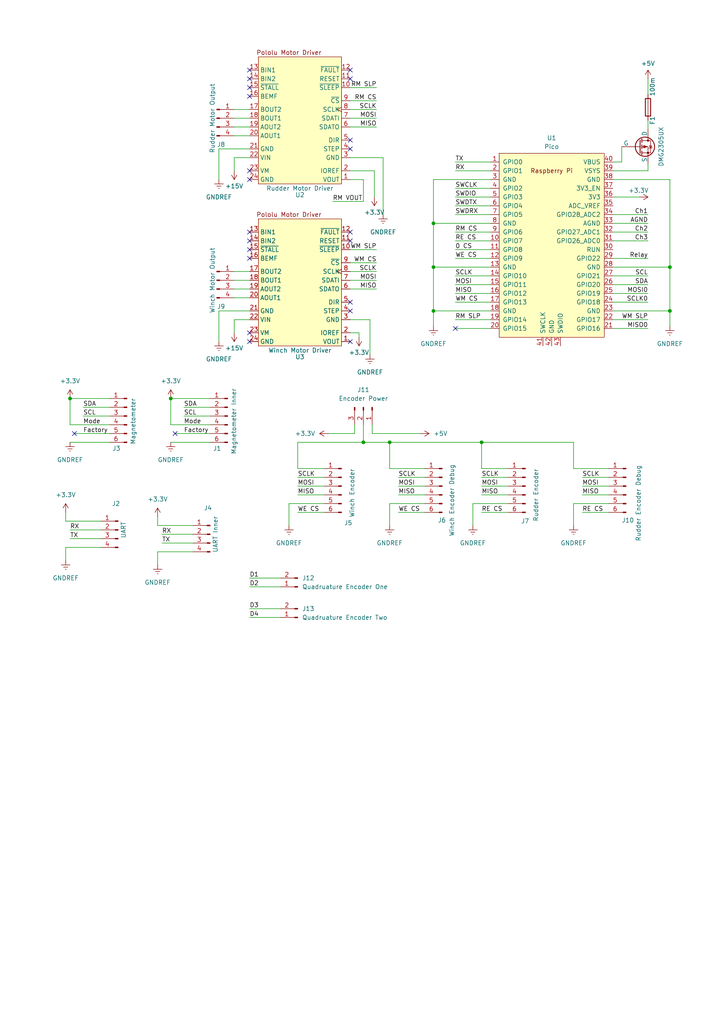
<source format=kicad_sch>
(kicad_sch (version 20250114) (generator "eeschema") (generator_version "9.0")
  (paper "A4" portrait)
  (lib_symbols
    (symbol "+3.3V_1" (power) (pin_numbers (hide yes)) (pin_names (offset 0) (hide yes))
      (property "Value" "+3.3V" (at 0 3.556 0))
      (symbol "+3.3V_1_0_1"
        (polyline (pts (xy -0.762 1.27) (xy 0 2.54)))
        (polyline (pts (xy 0 2.54) (xy 0.762 1.27)))
        (polyline (pts (xy 0 0) (xy 0 2.54)))
      )
      (symbol "+3.3V_1_1_1"
        (pin power_in line (at 0 0 90) (length 0) (name "~") (number "1"))
      )
    )
    (symbol "+3.3V_2" (power) (pin_numbers (hide yes)) (pin_names (offset 0) (hide yes))
      (property "Value" "+3.3V" (at 0 3.556 0))
      (symbol "+3.3V_2_0_1"
        (polyline (pts (xy -0.762 1.27) (xy 0 2.54)))
        (polyline (pts (xy 0 2.54) (xy 0.762 1.27)))
        (polyline (pts (xy 0 0) (xy 0 2.54)))
      )
      (symbol "+3.3V_2_1_1"
        (pin power_in line (at 0 0 90) (length 0) (name "~") (number "1"))
      )
    )
    (symbol "+3.3V_3" (power) (pin_numbers (hide yes)) (pin_names (offset 0) (hide yes))
      (property "Value" "+3.3V" (at 0 3.556 0))
      (symbol "+3.3V_3_0_1"
        (polyline (pts (xy -0.762 1.27) (xy 0 2.54)))
        (polyline (pts (xy 0 2.54) (xy 0.762 1.27)))
        (polyline (pts (xy 0 0) (xy 0 2.54)))
      )
      (symbol "+3.3V_3_1_1"
        (pin power_in line (at 0 0 90) (length 0) (name "~") (number "1"))
      )
    )
    (symbol "+5V_1" (power) (pin_numbers (hide yes)) (pin_names (offset 0) (hide yes))
      (property "Value" "+5V" (at 0 3.556 0))
      (symbol "+5V_1_0_1"
        (polyline (pts (xy -0.762 1.27) (xy 0 2.54)))
        (polyline (pts (xy 0 2.54) (xy 0.762 1.27)))
        (polyline (pts (xy 0 0) (xy 0 2.54)))
      )
      (symbol "+5V_1_1_1"
        (pin power_in line (at 0 0 90) (length 0) (name "~") (number "1"))
      )
    )
    (symbol "Connector:Conn_01x02_Pin" (pin_names (offset 1.016) (hide yes))
      (property "Reference" "J" (at 0 2.54 0))
      (property "Value" "Conn_01x02_Pin" (at 0 -5.08 0))
      (symbol "Conn_01x02_Pin_1_1"
        (rectangle (start 0.8636 0.127) (end 0 -0.127) (stroke (width 0.1524)) (fill (type outline)))
        (rectangle (start 0.8636 -2.413) (end 0 -2.667) (stroke (width 0.1524)) (fill (type outline)))
        (polyline (pts (xy 1.27 0) (xy 0.8636 0)) (stroke (width 0.1524)))
        (polyline (pts (xy 1.27 -2.54) (xy 0.8636 -2.54)) (stroke (width 0.1524)))
        (pin passive line (at 5.08 0 180) (length 3.81) (name "Pin_1") (number "1"))
        (pin passive line (at 5.08 -2.54 180) (length 3.81) (name "Pin_2") (number "2"))
      )
    )
    (symbol "Connector:Conn_01x03_Pin" (pin_names (offset 1.016) (hide yes))
      (property "Reference" "J" (at 0 5.08 0))
      (property "Value" "Conn_01x03_Pin" (at 0 -5.08 0))
      (symbol "Conn_01x03_Pin_1_1"
        (rectangle (start 0.8636 2.667) (end 0 2.413) (stroke (width 0.1524)) (fill (type outline)))
        (rectangle (start 0.8636 0.127) (end 0 -0.127) (stroke (width 0.1524)) (fill (type outline)))
        (rectangle (start 0.8636 -2.413) (end 0 -2.667) (stroke (width 0.1524)) (fill (type outline)))
        (polyline (pts (xy 1.27 2.54) (xy 0.8636 2.54)) (stroke (width 0.1524)))
        (polyline (pts (xy 1.27 0) (xy 0.8636 0)) (stroke (width 0.1524)))
        (polyline (pts (xy 1.27 -2.54) (xy 0.8636 -2.54)) (stroke (width 0.1524)))
        (pin passive line (at 5.08 2.54 180) (length 3.81) (name "Pin_1") (number "1"))
        (pin passive line (at 5.08 0 180) (length 3.81) (name "Pin_2") (number "2"))
        (pin passive line (at 5.08 -2.54 180) (length 3.81) (name "Pin_3") (number "3"))
      )
    )
    (symbol "Connector:Conn_01x04_Pin" (pin_names (offset 1.016) (hide yes))
      (property "Reference" "J" (at 0 5.08 0))
      (property "Value" "Conn_01x04_Pin" (at 0 -7.62 0))
      (symbol "Conn_01x04_Pin_1_1"
        (rectangle (start 0.8636 2.667) (end 0 2.413) (stroke (width 0.1524)) (fill (type outline)))
        (rectangle (start 0.8636 0.127) (end 0 -0.127) (stroke (width 0.1524)) (fill (type outline)))
        (rectangle (start 0.8636 -2.413) (end 0 -2.667) (stroke (width 0.1524)) (fill (type outline)))
        (rectangle (start 0.8636 -4.953) (end 0 -5.207) (stroke (width 0.1524)) (fill (type outline)))
        (polyline (pts (xy 1.27 2.54) (xy 0.8636 2.54)) (stroke (width 0.1524)))
        (polyline (pts (xy 1.27 0) (xy 0.8636 0)) (stroke (width 0.1524)))
        (polyline (pts (xy 1.27 -2.54) (xy 0.8636 -2.54)) (stroke (width 0.1524)))
        (polyline (pts (xy 1.27 -5.08) (xy 0.8636 -5.08)) (stroke (width 0.1524)))
        (pin passive line (at 5.08 2.54 180) (length 3.81) (name "Pin_1") (number "1"))
        (pin passive line (at 5.08 0 180) (length 3.81) (name "Pin_2") (number "2"))
        (pin passive line (at 5.08 -2.54 180) (length 3.81) (name "Pin_3") (number "3"))
        (pin passive line (at 5.08 -5.08 180) (length 3.81) (name "Pin_4") (number "4"))
      )
    )
    (symbol "Connector:Conn_01x06_Pin" (pin_names (offset 1.016) (hide yes))
      (property "Reference" "J" (at 0 7.62 0))
      (property "Value" "Conn_01x06_Pin" (at 0 -10.16 0))
      (symbol "Conn_01x06_Pin_1_1"
        (rectangle (start 0.8636 5.207) (end 0 4.953) (stroke (width 0.1524)) (fill (type outline)))
        (rectangle (start 0.8636 2.667) (end 0 2.413) (stroke (width 0.1524)) (fill (type outline)))
        (rectangle (start 0.8636 0.127) (end 0 -0.127) (stroke (width 0.1524)) (fill (type outline)))
        (rectangle (start 0.8636 -2.413) (end 0 -2.667) (stroke (width 0.1524)) (fill (type outline)))
        (rectangle (start 0.8636 -4.953) (end 0 -5.207) (stroke (width 0.1524)) (fill (type outline)))
        (rectangle (start 0.8636 -7.493) (end 0 -7.747) (stroke (width 0.1524)) (fill (type outline)))
        (polyline (pts (xy 1.27 5.08) (xy 0.8636 5.08)) (stroke (width 0.1524)))
        (polyline (pts (xy 1.27 2.54) (xy 0.8636 2.54)) (stroke (width 0.1524)))
        (polyline (pts (xy 1.27 0) (xy 0.8636 0)) (stroke (width 0.1524)))
        (polyline (pts (xy 1.27 -2.54) (xy 0.8636 -2.54)) (stroke (width 0.1524)))
        (polyline (pts (xy 1.27 -5.08) (xy 0.8636 -5.08)) (stroke (width 0.1524)))
        (polyline (pts (xy 1.27 -7.62) (xy 0.8636 -7.62)) (stroke (width 0.1524)))
        (pin passive line (at 5.08 5.08 180) (length 3.81) (name "Pin_1") (number "1"))
        (pin passive line (at 5.08 2.54 180) (length 3.81) (name "Pin_2") (number "2"))
        (pin passive line (at 5.08 0 180) (length 3.81) (name "Pin_3") (number "3"))
        (pin passive line (at 5.08 -2.54 180) (length 3.81) (name "Pin_4") (number "4"))
        (pin passive line (at 5.08 -5.08 180) (length 3.81) (name "Pin_5") (number "5"))
        (pin passive line (at 5.08 -7.62 180) (length 3.81) (name "Pin_6") (number "6"))
      )
    )
    (symbol "Device:Fuse" (pin_numbers (hide yes)) (pin_names (offset 0))
      (property "Reference" "F" (at 2.032 0 90))
      (property "Value" "Fuse" (at -1.905 0 90))
      (symbol "Fuse_0_1"
        (rectangle (start -0.762 -2.54) (end 0.762 2.54) (stroke (width 0.254)))
        (polyline (pts (xy 0 2.54) (xy 0 -2.54)))
      )
      (symbol "Fuse_1_1"
        (pin passive line (at 0 3.81 270) (length 1.27) (name "~") (number "1"))
        (pin passive line (at 0 -3.81 90) (length 1.27) (name "~") (number "2"))
      )
    )
    (symbol "GNDREF_1" (power) (pin_numbers (hide yes)) (pin_names (offset 0) (hide yes))
      (property "Value" "GNDREF" (at 0 -3.81 0))
      (symbol "GNDREF_1_0_1"
        (polyline (pts (xy -0.635 -1.905) (xy 0.635 -1.905)))
        (polyline (pts (xy -0.127 -2.54) (xy 0.127 -2.54)))
        (polyline (pts (xy 0 -1.27) (xy 0 0)))
        (polyline (pts (xy 1.27 -1.27) (xy -1.27 -1.27)))
      )
      (symbol "GNDREF_1_1_1"
        (pin power_in line (at 0 0 270) (length 0) (name "~") (number "1"))
      )
    )
    (symbol "GNDREF_2" (power) (pin_numbers (hide yes)) (pin_names (offset 0) (hide yes))
      (property "Value" "GNDREF" (at 0 -3.81 0))
      (symbol "GNDREF_2_0_1"
        (polyline (pts (xy -0.635 -1.905) (xy 0.635 -1.905)))
        (polyline (pts (xy -0.127 -2.54) (xy 0.127 -2.54)))
        (polyline (pts (xy 0 -1.27) (xy 0 0)))
        (polyline (pts (xy 1.27 -1.27) (xy -1.27 -1.27)))
      )
      (symbol "GNDREF_2_1_1"
        (pin power_in line (at 0 0 270) (length 0) (name "~") (number "1"))
      )
    )
    (symbol "GNDREF_3" (power) (pin_numbers (hide yes)) (pin_names (offset 0) (hide yes))
      (property "Value" "GNDREF" (at 0 -3.81 0))
      (symbol "GNDREF_3_0_1"
        (polyline (pts (xy -0.635 -1.905) (xy 0.635 -1.905)))
        (polyline (pts (xy -0.127 -2.54) (xy 0.127 -2.54)))
        (polyline (pts (xy 0 -1.27) (xy 0 0)))
        (polyline (pts (xy 1.27 -1.27) (xy -1.27 -1.27)))
      )
      (symbol "GNDREF_3_1_1"
        (pin power_in line (at 0 0 270) (length 0) (name "~") (number "1"))
      )
    )
    (symbol "PCM_Pico_Pi:Pico" (pin_names (offset 1.016))
      (property "Reference" "U" (at -13.97 27.94 0))
      (property "Value" "Pico" (at 0 19.05 0))
      (symbol "Pico_0_0"
        (text "Raspberry Pi" (at 0 21.59 0) (effects (font (size 1.27 1.27))))
      )
      (symbol "Pico_0_1"
        (rectangle (start -15.24 26.67) (end 15.24 -26.67) (fill (type background)))
      )
      (symbol "Pico_1_1"
        (pin bidirectional line (at -17.78 24.13 0) (length 2.54) (name "GPIO0") (number "1"))
        (pin bidirectional line (at -17.78 21.59 0) (length 2.54) (name "GPIO1") (number "2"))
        (pin power_in line (at -17.78 19.05 0) (length 2.54) (name "GND") (number "3"))
        (pin bidirectional line (at -17.78 16.51 0) (length 2.54) (name "GPIO2") (number "4"))
        (pin bidirectional line (at -17.78 13.97 0) (length 2.54) (name "GPIO3") (number "5"))
        (pin bidirectional line (at -17.78 11.43 0) (length 2.54) (name "GPIO4") (number "6"))
        (pin bidirectional line (at -17.78 8.89 0) (length 2.54) (name "GPIO5") (number "7"))
        (pin power_in line (at -17.78 6.35 0) (length 2.54) (name "GND") (number "8"))
        (pin bidirectional line (at -17.78 3.81 0) (length 2.54) (name "GPIO6") (number "9"))
        (pin bidirectional line (at -17.78 1.27 0) (length 2.54) (name "GPIO7") (number "10"))
        (pin bidirectional line (at -17.78 -1.27 0) (length 2.54) (name "GPIO8") (number "11"))
        (pin bidirectional line (at -17.78 -3.81 0) (length 2.54) (name "GPIO9") (number "12"))
        (pin power_in line (at -17.78 -6.35 0) (length 2.54) (name "GND") (number "13"))
        (pin bidirectional line (at -17.78 -8.89 0) (length 2.54) (name "GPIO10") (number "14"))
        (pin bidirectional line (at -17.78 -11.43 0) (length 2.54) (name "GPIO11") (number "15"))
        (pin bidirectional line (at -17.78 -13.97 0) (length 2.54) (name "GPIO12") (number "16"))
        (pin bidirectional line (at -17.78 -16.51 0) (length 2.54) (name "GPIO13") (number "17"))
        (pin power_in line (at -17.78 -19.05 0) (length 2.54) (name "GND") (number "18"))
        (pin bidirectional line (at -17.78 -21.59 0) (length 2.54) (name "GPIO14") (number "19"))
        (pin bidirectional line (at -17.78 -24.13 0) (length 2.54) (name "GPIO15") (number "20"))
        (pin input line (at -2.54 -29.21 90) (length 2.54) (name "SWCLK") (number "41"))
        (pin power_in line (at 0 -29.21 90) (length 2.54) (name "GND") (number "42"))
        (pin bidirectional line (at 2.54 -29.21 90) (length 2.54) (name "SWDIO") (number "43"))
        (pin unspecified line (at 17.78 24.13 180) (length 2.54) (name "VBUS") (number "40"))
        (pin unspecified line (at 17.78 21.59 180) (length 2.54) (name "VSYS") (number "39"))
        (pin bidirectional line (at 17.78 19.05 180) (length 2.54) (name "GND") (number "38"))
        (pin input line (at 17.78 16.51 180) (length 2.54) (name "3V3_EN") (number "37"))
        (pin unspecified line (at 17.78 13.97 180) (length 2.54) (name "3V3") (number "36"))
        (pin unspecified line (at 17.78 11.43 180) (length 2.54) (name "ADC_VREF") (number "35"))
        (pin bidirectional line (at 17.78 8.89 180) (length 2.54) (name "GPIO28_ADC2") (number "34"))
        (pin power_in line (at 17.78 6.35 180) (length 2.54) (name "AGND") (number "33"))
        (pin bidirectional line (at 17.78 3.81 180) (length 2.54) (name "GPIO27_ADC1") (number "32"))
        (pin bidirectional line (at 17.78 1.27 180) (length 2.54) (name "GPIO26_ADC0") (number "31"))
        (pin input line (at 17.78 -1.27 180) (length 2.54) (name "RUN") (number "30"))
        (pin bidirectional line (at 17.78 -3.81 180) (length 2.54) (name "GPIO22") (number "29"))
        (pin power_in line (at 17.78 -6.35 180) (length 2.54) (name "GND") (number "28"))
        (pin bidirectional line (at 17.78 -8.89 180) (length 2.54) (name "GPIO21") (number "27"))
        (pin bidirectional line (at 17.78 -11.43 180) (length 2.54) (name "GPIO20") (number "26"))
        (pin bidirectional line (at 17.78 -13.97 180) (length 2.54) (name "GPIO19") (number "25"))
        (pin bidirectional line (at 17.78 -16.51 180) (length 2.54) (name "GPIO18") (number "24"))
        (pin power_in line (at 17.78 -19.05 180) (length 2.54) (name "GND") (number "23"))
        (pin bidirectional line (at 17.78 -21.59 180) (length 2.54) (name "GPIO17") (number "22"))
        (pin bidirectional line (at 17.78 -24.13 180) (length 2.54) (name "GPIO16") (number "21"))
      )
    )
    (symbol "Pololu_driver:md38a"
      (property "Reference" "U" (at -11.43 19.685 0))
      (symbol "md38a_1_0"
        (pin bidirectional line (at -14.605 1.905 0) (length 2.54) (name "SDATO") (number "6"))
        (pin bidirectional line (at -14.605 -0.635 0) (length 2.54) (name "SDATI") (number "7"))
        (pin bidirectional clock (at -14.605 -3.175 0) (length 2.54) (name "SCLK") (number "8"))
        (pin bidirectional line (at -14.605 -5.715 0) (length 2.54) (name "~{CS}") (number "9"))
        (pin input line (at -14.605 -9.525 0) (length 2.54) (name "~{SLEEP}") (number "10"))
        (pin input line (at -14.605 -12.065 0) (length 2.54) (name "RESET") (number "11"))
        (pin input line (at -14.605 -14.605 0) (length 2.54) (name "~{FAULT}") (number "12"))
        (pin power_in line (at 14.605 17.145 180) (length 2.54) (name "GND") (number "24"))
        (pin power_in line (at 14.605 14.605 180) (length 2.54) (name "VM") (number "23"))
        (pin power_out line (at 14.605 10.795 180) (length 2.54) (name "VIN") (number "22"))
        (pin power_out line (at 14.605 8.255 180) (length 2.54) (name "GND") (number "21"))
        (pin output line (at 14.605 4.445 180) (length 2.54) (name "AOUT1") (number "20"))
        (pin output line (at 14.605 1.905 180) (length 2.54) (name "AOUT2") (number "19"))
        (pin output line (at 14.605 -0.635 180) (length 2.54) (name "BOUT1") (number "18"))
        (pin output line (at 14.605 -3.175 180) (length 2.54) (name "BOUT2") (number "17"))
        (pin bidirectional line (at 14.605 -6.985 180) (length 2.54) (name "BEMF") (number "16"))
        (pin bidirectional line (at 14.605 -9.525 180) (length 2.54) (name "~{STALL}") (number "15"))
        (pin bidirectional line (at 14.605 -12.065 180) (length 2.54) (name "BIN2") (number "14"))
        (pin bidirectional line (at 14.605 -14.605 180) (length 2.54) (name "BIN1") (number "13"))
      )
      (symbol "md38a_1_1"
        (rectangle (start -12.065 18.415) (end 12.065 -18.415) (fill (type background)))
        (text "Pololu Motor Driver" (at 3.175 -19.685 0) (effects (font (size 1.27 1.27))))
        (pin power_in line (at -14.605 17.145 0) (length 2.54) (name "VOUT") (number "1"))
        (pin bidirectional line (at -14.605 14.605 0) (length 2.54) (name "IOREF") (number "2"))
        (pin power_in line (at -14.605 10.795 0) (length 2.54) (name "GND") (number "3"))
        (pin bidirectional line (at -14.605 8.255 0) (length 2.54) (name "STEP") (number "4"))
        (pin bidirectional line (at -14.605 5.715 0) (length 2.54) (name "DIR") (number "5"))
      )
    )
    (symbol "Simulation_SPICE:PMOS" (pin_numbers (hide yes)) (pin_names (offset 0))
      (property "Reference" "Q" (at 5.08 1.27 0))
      (property "Value" "PMOS" (at 5.08 -1.27 0))
      (symbol "PMOS_0_1"
        (polyline (pts (xy 0.254 1.905) (xy 0.254 -1.905)) (stroke (width 0.254)))
        (polyline (pts (xy 0.254 0) (xy -2.54 0)))
        (polyline (pts (xy 0.762 2.286) (xy 0.762 1.27)) (stroke (width 0.254)))
        (polyline (pts (xy 0.762 1.778) (xy 3.302 1.778) (xy 3.302 -1.778) (xy 0.762 -1.778)))
        (polyline (pts (xy 0.762 0.508) (xy 0.762 -0.508)) (stroke (width 0.254)))
        (polyline (pts (xy 0.762 -1.27) (xy 0.762 -2.286)) (stroke (width 0.254)))
        (circle (center 1.651 0) (radius 2.794) (stroke (width 0.254)))
        (polyline (pts (xy 2.286 0) (xy 1.27 0.381) (xy 1.27 -0.381) (xy 2.286 0)) (fill (type outline)))
        (polyline (pts (xy 2.54 2.54) (xy 2.54 1.778)))
        (circle (center 2.54 1.778) (radius 0.254) (fill (type outline)))
        (circle (center 2.54 -1.778) (radius 0.254) (fill (type outline)))
        (polyline (pts (xy 2.54 -2.54) (xy 2.54 0) (xy 0.762 0)))
        (polyline (pts (xy 2.794 -0.508) (xy 2.921 -0.381) (xy 3.683 -0.381) (xy 3.81 -0.254)))
        (polyline (pts (xy 3.302 -0.381) (xy 2.921 0.254) (xy 3.683 0.254) (xy 3.302 -0.381)))
      )
      (symbol "PMOS_1_1"
        (pin input line (at -5.08 0 0) (length 2.54) (name "G") (number "2"))
        (pin passive line (at 2.54 5.08 270) (length 2.54) (name "D") (number "1"))
        (pin passive line (at 2.54 -5.08 90) (length 2.54) (name "S") (number "3"))
      )
    )
    (symbol "power:+15V" (power) (pin_names (offset 0))
      (property "Value" "+15V" (at 0 3.556 0))
      (symbol "+15V_0_1"
        (polyline (pts (xy -0.762 1.27) (xy 0 2.54)))
        (polyline (pts (xy 0 2.54) (xy 0.762 1.27)))
        (polyline (pts (xy 0 0) (xy 0 2.54)))
      )
      (symbol "+15V_1_1"
        (pin power_in line (at 0 0 90) (length 0) (hide yes) (name "+15V") (number "1"))
      )
    )
    (symbol "power:+3.3V" (power) (pin_names (offset 0))
      (property "Value" "+3.3V" (at 0 3.556 0))
      (symbol "+3.3V_0_1"
        (polyline (pts (xy -0.762 1.27) (xy 0 2.54)))
        (polyline (pts (xy 0 2.54) (xy 0.762 1.27)))
        (polyline (pts (xy 0 0) (xy 0 2.54)))
      )
      (symbol "+3.3V_1_1"
        (pin power_in line (at 0 0 90) (length 0) (hide yes) (name "+3.3V") (number "1"))
      )
    )
    (symbol "power:+5V" (power) (pin_names (offset 0))
      (property "Value" "+5V" (at 0 3.556 0))
      (symbol "+5V_0_1"
        (polyline (pts (xy -0.762 1.27) (xy 0 2.54)))
        (polyline (pts (xy 0 2.54) (xy 0.762 1.27)))
        (polyline (pts (xy 0 0) (xy 0 2.54)))
      )
      (symbol "+5V_1_1"
        (pin power_in line (at 0 0 90) (length 0) (hide yes) (name "+5V") (number "1"))
      )
    )
    (symbol "power:GNDREF" (power) (pin_names (offset 0))
      (property "Value" "GNDREF" (at 0 -3.81 0))
      (symbol "GNDREF_0_1"
        (polyline (pts (xy -0.635 -1.905) (xy 0.635 -1.905)))
        (polyline (pts (xy -0.127 -2.54) (xy 0.127 -2.54)))
        (polyline (pts (xy 0 -1.27) (xy 0 0)))
        (polyline (pts (xy 1.27 -1.27) (xy -1.27 -1.27)))
      )
      (symbol "GNDREF_1_1"
        (pin power_in line (at 0 0 270) (length 0) (hide yes) (name "GNDREF") (number "1"))
      )
    )
  )
  (junction (at 194.31 77.47))
  (junction (at 194.31 90.17))
  (junction (at 125.73 90.17))
  (junction (at 125.73 64.77))
  (junction (at 125.73 77.47))
  (junction (at 49.53 115.57))
  (junction (at 20.32 115.57))
  (junction (at 113.03 128.27))
  (junction (at 105.41 128.27))
  (junction (at 139.7 128.27))
  (no_connect (at 101.6 40.64))
  (no_connect (at 101.6 20.32))
  (no_connect (at 72.39 69.85))
  (no_connect (at 72.39 96.52))
  (no_connect (at 101.6 90.17))
  (no_connect (at 72.39 22.86))
  (no_connect (at 101.6 67.31))
  (no_connect (at 21.59 125.73))
  (no_connect (at 72.39 49.53))
  (no_connect (at 101.6 87.63))
  (no_connect (at 72.39 20.32))
  (no_connect (at 72.39 72.39))
  (no_connect (at 72.39 67.31))
  (no_connect (at 132.08 95.25))
  (no_connect (at 101.6 99.06))
  (no_connect (at 101.6 22.86))
  (no_connect (at 101.6 69.85))
  (no_connect (at 72.39 25.4))
  (no_connect (at 50.8 125.73))
  (no_connect (at 72.39 52.07))
  (no_connect (at 72.39 27.94))
  (no_connect (at 101.6 43.18))
  (no_connect (at 72.39 99.06))
  (no_connect (at 72.39 74.93))
  (wire (pts (xy 109.22 36.83) (xy 101.6 36.83)))
  (wire (pts (xy 115.57 140.97) (xy 123.19 140.97)))
  (wire (pts (xy 20.32 128.27) (xy 31.75 128.27)))
  (wire (pts (xy 113.03 146.05) (xy 123.19 146.05)))
  (wire (pts (xy 86.36 140.97) (xy 93.98 140.97)))
  (wire (pts (xy 177.8 90.17) (xy 194.31 90.17)))
  (wire (pts (xy 45.72 149.86) (xy 45.72 152.4)))
  (wire (pts (xy 177.8 52.07) (xy 194.31 52.07)))
  (wire (pts (xy 168.91 138.43) (xy 176.53 138.43)))
  (wire (pts (xy 53.34 120.65) (xy 60.96 120.65)))
  (wire (pts (xy 187.96 22.86) (xy 187.96 27.305)))
  (wire (pts (xy 132.08 80.01) (xy 142.24 80.01)))
  (wire (pts (xy 105.41 52.07) (xy 101.6 52.07)))
  (wire (pts (xy 107.95 125.73) (xy 121.92 125.73)))
  (wire (pts (xy 72.39 167.64) (xy 81.28 167.64)))
  (wire (pts (xy 101.6 72.39) (xy 109.22 72.39)))
  (wire (pts (xy 108.585 49.53) (xy 101.6 49.53)))
  (wire (pts (xy 109.22 34.29) (xy 101.6 34.29)))
  (wire (pts (xy 132.08 49.53) (xy 142.24 49.53)))
  (wire (pts (xy 105.41 58.42) (xy 105.41 52.07)))
  (wire (pts (xy 101.6 92.71) (xy 107.315 92.71)))
  (wire (pts (xy 166.37 128.27) (xy 166.37 135.89)))
  (wire (pts (xy 113.03 135.89) (xy 123.19 135.89)))
  (wire (pts (xy 111.125 45.72) (xy 101.6 45.72)))
  (wire (pts (xy 86.36 138.43) (xy 93.98 138.43)))
  (wire (pts (xy 111.125 45.72) (xy 111.125 62.23)))
  (wire (pts (xy 113.03 128.27) (xy 113.03 135.89)))
  (wire (pts (xy 125.73 64.77) (xy 125.73 52.07)))
  (wire (pts (xy 115.57 148.59) (xy 123.19 148.59)))
  (wire (pts (xy 19.05 158.75) (xy 29.21 158.75)))
  (wire (pts (xy 166.37 146.05) (xy 166.37 152.4)))
  (wire (pts (xy 67.945 83.82) (xy 72.39 83.82)))
  (wire (pts (xy 67.945 92.71) (xy 72.39 92.71)))
  (wire (pts (xy 177.8 64.77) (xy 187.96 64.77)))
  (wire (pts (xy 115.57 143.51) (xy 123.19 143.51)))
  (wire (pts (xy 67.945 39.37) (xy 72.39 39.37)))
  (wire (pts (xy 166.37 146.05) (xy 176.53 146.05)))
  (wire (pts (xy 67.945 81.28) (xy 72.39 81.28)))
  (wire (pts (xy 95.25 125.73) (xy 102.87 125.73)))
  (wire (pts (xy 67.945 36.83) (xy 72.39 36.83)))
  (wire (pts (xy 139.7 140.97) (xy 147.32 140.97)))
  (wire (pts (xy 46.99 157.48) (xy 55.88 157.48)))
  (wire (pts (xy 19.05 151.13) (xy 29.21 151.13)))
  (wire (pts (xy 166.37 135.89) (xy 176.53 135.89)))
  (wire (pts (xy 21.59 125.73) (xy 31.75 125.73)))
  (wire (pts (xy 132.08 74.93) (xy 142.24 74.93)))
  (wire (pts (xy 137.16 146.05) (xy 137.16 152.4)))
  (wire (pts (xy 72.39 176.53) (xy 81.28 176.53)))
  (wire (pts (xy 177.8 57.15) (xy 185.42 57.15)))
  (wire (pts (xy 132.08 72.39) (xy 142.24 72.39)))
  (wire (pts (xy 63.5 43.18) (xy 63.5 52.07)))
  (wire (pts (xy 20.32 115.57) (xy 20.32 123.19)))
  (wire (pts (xy 86.36 143.51) (xy 93.98 143.51)))
  (wire (pts (xy 113.03 128.27) (xy 139.7 128.27)))
  (wire (pts (xy 132.08 85.09) (xy 142.24 85.09)))
  (wire (pts (xy 67.945 31.75) (xy 72.39 31.75)))
  (wire (pts (xy 105.41 123.19) (xy 105.41 128.27)))
  (wire (pts (xy 24.13 118.11) (xy 31.75 118.11)))
  (wire (pts (xy 67.945 34.29) (xy 72.39 34.29)))
  (wire (pts (xy 86.36 128.27) (xy 105.41 128.27)))
  (wire (pts (xy 139.7 148.59) (xy 147.32 148.59)))
  (wire (pts (xy 180.34 46.99) (xy 177.8 46.99)))
  (wire (pts (xy 45.72 160.02) (xy 45.72 163.83)))
  (wire (pts (xy 132.08 57.15) (xy 142.24 57.15)))
  (wire (pts (xy 101.6 29.21) (xy 109.22 29.21)))
  (wire (pts (xy 132.08 82.55) (xy 142.24 82.55)))
  (wire (pts (xy 107.95 123.19) (xy 107.95 125.73)))
  (wire (pts (xy 67.945 45.72) (xy 72.39 45.72)))
  (wire (pts (xy 107.315 92.71) (xy 107.315 102.87)))
  (wire (pts (xy 187.96 85.09) (xy 177.8 85.09)))
  (wire (pts (xy 132.08 59.69) (xy 142.24 59.69)))
  (wire (pts (xy 139.7 135.89) (xy 147.32 135.89)))
  (wire (pts (xy 104.14 96.52) (xy 101.6 96.52)))
  (wire (pts (xy 194.31 77.47) (xy 194.31 90.17)))
  (wire (pts (xy 67.945 49.53) (xy 67.945 45.72)))
  (wire (pts (xy 86.36 148.59) (xy 93.98 148.59)))
  (wire (pts (xy 86.36 135.89) (xy 93.98 135.89)))
  (wire (pts (xy 137.16 146.05) (xy 147.32 146.05)))
  (wire (pts (xy 168.91 140.97) (xy 176.53 140.97)))
  (wire (pts (xy 194.31 52.07) (xy 194.31 77.47)))
  (wire (pts (xy 20.32 153.67) (xy 29.21 153.67)))
  (wire (pts (xy 132.08 67.31) (xy 142.24 67.31)))
  (wire (pts (xy 194.31 90.17) (xy 194.31 94.615)))
  (wire (pts (xy 113.03 146.05) (xy 113.03 152.4)))
  (wire (pts (xy 180.34 42.545) (xy 180.34 46.99)))
  (wire (pts (xy 187.96 47.625) (xy 187.96 49.53)))
  (wire (pts (xy 53.34 118.11) (xy 60.96 118.11)))
  (wire (pts (xy 139.7 138.43) (xy 147.32 138.43)))
  (wire (pts (xy 72.39 179.07) (xy 81.28 179.07)))
  (wire (pts (xy 168.91 148.59) (xy 176.53 148.59)))
  (wire (pts (xy 125.73 77.47) (xy 142.24 77.47)))
  (wire (pts (xy 125.73 90.17) (xy 125.73 94.615)))
  (wire (pts (xy 63.5 43.18) (xy 72.39 43.18)))
  (wire (pts (xy 19.05 148.59) (xy 19.05 151.13)))
  (wire (pts (xy 177.8 62.23) (xy 187.96 62.23)))
  (wire (pts (xy 139.7 143.51) (xy 147.32 143.51)))
  (wire (pts (xy 187.96 34.925) (xy 187.96 37.465)))
  (wire (pts (xy 67.945 78.74) (xy 72.39 78.74)))
  (wire (pts (xy 177.8 87.63) (xy 187.96 87.63)))
  (wire (pts (xy 50.8 125.73) (xy 60.96 125.73)))
  (wire (pts (xy 109.22 83.82) (xy 101.6 83.82)))
  (wire (pts (xy 177.8 77.47) (xy 194.31 77.47)))
  (wire (pts (xy 101.6 76.2) (xy 109.22 76.2)))
  (wire (pts (xy 187.96 49.53) (xy 177.8 49.53)))
  (wire (pts (xy 142.24 64.77) (xy 125.73 64.77)))
  (wire (pts (xy 109.22 78.74) (xy 101.6 78.74)))
  (wire (pts (xy 177.8 69.85) (xy 187.96 69.85)))
  (wire (pts (xy 125.73 77.47) (xy 125.73 64.77)))
  (wire (pts (xy 108.585 49.53) (xy 108.585 57.15)))
  (wire (pts (xy 102.87 123.19) (xy 102.87 125.73)))
  (wire (pts (xy 142.24 90.17) (xy 125.73 90.17)))
  (wire (pts (xy 109.22 81.28) (xy 101.6 81.28)))
  (wire (pts (xy 132.08 95.25) (xy 142.24 95.25)))
  (wire (pts (xy 83.82 146.05) (xy 83.82 152.4)))
  (wire (pts (xy 105.41 128.27) (xy 113.03 128.27)))
  (wire (pts (xy 19.05 158.75) (xy 19.05 162.56)))
  (wire (pts (xy 67.945 86.36) (xy 72.39 86.36)))
  (wire (pts (xy 132.08 69.85) (xy 142.24 69.85)))
  (wire (pts (xy 109.22 31.75) (xy 101.6 31.75)))
  (wire (pts (xy 72.39 170.18) (xy 81.28 170.18)))
  (wire (pts (xy 177.8 67.31) (xy 187.96 67.31)))
  (wire (pts (xy 49.53 115.57) (xy 60.96 115.57)))
  (wire (pts (xy 139.7 128.27) (xy 139.7 135.89)))
  (wire (pts (xy 104.14 97.79) (xy 104.14 96.52)))
  (wire (pts (xy 187.96 82.55) (xy 177.8 82.55)))
  (wire (pts (xy 20.32 115.57) (xy 31.75 115.57)))
  (wire (pts (xy 45.72 160.02) (xy 55.88 160.02)))
  (wire (pts (xy 125.73 90.17) (xy 125.73 77.47)))
  (wire (pts (xy 177.8 95.25) (xy 187.96 95.25)))
  (wire (pts (xy 20.32 156.21) (xy 29.21 156.21)))
  (wire (pts (xy 142.24 52.07) (xy 125.73 52.07)))
  (wire (pts (xy 86.36 128.27) (xy 86.36 135.89)))
  (wire (pts (xy 101.6 25.4) (xy 109.22 25.4)))
  (wire (pts (xy 132.08 54.61) (xy 142.24 54.61)))
  (wire (pts (xy 187.96 80.01) (xy 177.8 80.01)))
  (wire (pts (xy 63.5 90.17) (xy 63.5 99.06)))
  (wire (pts (xy 139.7 128.27) (xy 166.37 128.27)))
  (wire (pts (xy 177.8 74.93) (xy 187.96 74.93)))
  (wire (pts (xy 132.08 87.63) (xy 142.24 87.63)))
  (wire (pts (xy 24.13 120.65) (xy 31.75 120.65)))
  (wire (pts (xy 45.72 152.4) (xy 55.88 152.4)))
  (wire (pts (xy 177.8 92.71) (xy 187.96 92.71)))
  (wire (pts (xy 67.945 96.52) (xy 67.945 92.71)))
  (wire (pts (xy 115.57 138.43) (xy 123.19 138.43)))
  (wire (pts (xy 46.99 154.94) (xy 55.88 154.94)))
  (wire (pts (xy 132.08 92.71) (xy 142.24 92.71)))
  (wire (pts (xy 132.08 62.23) (xy 142.24 62.23)))
  (wire (pts (xy 49.53 115.57) (xy 49.53 123.19)))
  (wire (pts (xy 83.82 146.05) (xy 93.98 146.05)))
  (wire (pts (xy 168.91 143.51) (xy 176.53 143.51)))
  (wire (pts (xy 49.53 123.19) (xy 60.96 123.19)))
  (wire (pts (xy 63.5 90.17) (xy 72.39 90.17)))
  (wire (pts (xy 132.08 46.99) (xy 142.24 46.99)))
  (wire (pts (xy 105.41 58.42) (xy 96.52 58.42)))
  (wire (pts (xy 49.53 128.27) (xy 60.96 128.27)))
  (wire (pts (xy 20.32 123.19) (xy 31.75 123.19)))
  (label "SCLK" (at 109.22 31.75 180))
  (label "SDA" (at 24.13 118.11 0))
  (label "SCL" (at 53.34 120.65 0))
  (label "WE CS" (at 86.36 148.59 0))
  (label "RM VOUT" (at 96.52 58.42 0))
  (label "SCLK" (at 168.91 138.43 0))
  (label "MISO" (at 109.22 36.83 180))
  (label "Ch3" (at 187.96 69.85 180))
  (label "SCL" (at 24.13 120.65 0))
  (label "SDA" (at 53.34 118.11 0))
  (label "WE CS" (at 132.08 74.93 0))
  (label "Factory" (at 53.34 125.73 0))
  (label "WM CS" (at 132.08 87.63 0))
  (label "MOSI" (at 139.7 140.97 0))
  (label "AGND" (at 187.96 64.77 180))
  (label "Ch1" (at 187.96 62.23 180))
  (label "Ch2" (at 187.96 67.31 180))
  (label "SCL" (at 187.96 80.01 180))
  (label "TX" (at 20.32 156.21 0))
  (label "SCLK" (at 132.08 80.01 0))
  (label "RX" (at 132.08 49.53 0))
  (label "D3" (at 72.39 176.53 0))
  (label "RМ SLP" (at 132.08 92.71 0))
  (label "RM CS" (at 109.22 29.21 180))
  (label "WE CS" (at 115.57 148.59 0))
  (label "SCLK" (at 139.7 138.43 0))
  (label "MOSI" (at 109.22 34.29 180))
  (label "SDA" (at 187.96 82.55 180))
  (label "MISO" (at 168.91 143.51 0))
  (label "Mode" (at 24.13 123.19 0))
  (label "SWDTX" (at 132.08 59.69 0))
  (label "SWDIO" (at 132.08 57.15 0))
  (label "D1" (at 72.39 167.64 0))
  (label "MOSI" (at 132.08 82.55 0))
  (label "RE CS" (at 132.08 69.85 0))
  (label "MOSI0" (at 187.96 85.09 180))
  (label "RX" (at 20.32 153.67 0))
  (label "MISO" (at 132.08 85.09 0))
  (label "MOSI" (at 168.91 140.97 0))
  (label "MISO" (at 115.57 143.51 0))
  (label "MOSI" (at 109.22 81.28 180))
  (label "MISO" (at 86.36 143.51 0))
  (label "SCLK" (at 109.22 78.74 180))
  (label "RМ SLP" (at 109.22 25.4 180))
  (label "SCLK" (at 115.57 138.43 0))
  (label "TX" (at 46.99 157.48 0))
  (label "SCLK0" (at 187.96 87.63 180))
  (label "RE CS" (at 168.91 148.59 0))
  (label "SWDRX" (at 132.08 62.23 0))
  (label "0 CS" (at 132.08 72.39 0))
  (label "D2" (at 72.39 170.18 0))
  (label "WM SLP" (at 109.22 72.39 180))
  (label "RX" (at 46.99 154.94 0))
  (label "Factory" (at 24.13 125.73 0))
  (label "MOSI" (at 115.57 140.97 0))
  (label "MISO" (at 139.7 143.51 0))
  (label "MISO0" (at 187.96 95.25 180))
  (label "Mode" (at 53.34 123.19 0))
  (label "TX" (at 132.08 46.99 0))
  (label "RE CS" (at 139.7 148.59 0))
  (label "MOSI" (at 86.36 140.97 0))
  (label "WM SLP" (at 187.96 92.71 180))
  (label "WM CS" (at 109.22 76.2 180))
  (label "MISO" (at 109.22 83.82 180))
  (label "SCLK" (at 86.36 138.43 0))
  (label "Relay" (at 187.96 74.93 180))
  (label "RM CS" (at 132.08 67.31 0))
  (label "SWCLK" (at 132.08 54.61 0))
  (label "D4" (at 72.39 179.07 0))
  (symbol (lib_name "+5V_1") (lib_id "power:+5V") (at 121.92 125.73 270) (unit 1)
    (property "Reference" "#PWR019" (effects (hide yes)))
    (property "Value" "+5V" (at 125.73 125.7299 90) (effects (justify left)))
    (property "Description" "Power symbol creates a global label with name \"+5V\"" (effects (hide yes)))
  )
  (symbol (lib_id "Connector:Conn_01x06_Pin") (at 181.61 140.97 0) (mirror y) (unit 1)
    (property "Reference" "J10" (at 180.34 150.876 0) (effects (justify right)))
    (property "Value" "Rudder Encoder Debug" (at 185.166 134.874 90) (effects (justify right)))
    (property "Description" "Generic connector, single row, 01x06, script generated" (effects (hide yes)))
  )
  (symbol (lib_id "power:GNDREF") (at 125.73 94.615 0) (unit 1)
    (property "Reference" "#PWR02" (effects (hide yes)))
    (property "Value" "GNDREF" (at 125.73 99.695 0))
  )
  (symbol (lib_id "Simulation_SPICE:PMOS") (at 185.42 42.545 0) (unit 1)
    (property "Reference" "Q1" (effects (hide yes)))
    (property "Value" "DMG2305UX" (at 191.77 42.545 90))
    (property "Footprint" "Package_TO_SOT_SMD:SOT-23" (effects (hide yes)))
    (property "Datasheet" "https://ngspice.sourceforge.io/docs/ngspice-manual.pdf" (effects (hide yes)))
    (property "Sim.Device" "PMOS" (effects (hide yes)))
    (property "Sim.Type" "VDMOS" (effects (hide yes)))
    (property "Sim.Pins" "1=D 3=G 2=S" (effects (hide yes)))
  )
  (symbol (lib_name "+3.3V_2") (lib_id "power:+3.3V") (at 45.72 149.86 0) (unit 1)
    (property "Reference" "#PWR012" (effects (hide yes)))
    (property "Value" "+3.3V" (at 45.72 144.78 0))
    (property "Description" "Power symbol creates a global label with name \"+3.3V\"" (effects (hide yes)))
  )
  (symbol (lib_name "+3.3V_1") (lib_id "power:+3.3V") (at 49.53 115.57 0) (unit 1)
    (property "Reference" "#PWR06" (effects (hide yes)))
    (property "Value" "+3.3V" (at 49.53 110.49 0))
    (property "Description" "Power symbol creates a global label with name \"+3.3V\"" (effects (hide yes)))
  )
  (symbol (lib_name "GNDREF_2") (lib_id "power:GNDREF") (at 45.72 163.83 0) (unit 1)
    (property "Reference" "#PWR013" (effects (hide yes)))
    (property "Value" "GNDREF" (at 45.72 168.91 0))
    (property "Description" "Power symbol creates a global label with name \"GNDREF\" , reference supply ground" (effects (hide yes)))
  )
  (symbol (lib_name "+3.3V_3") (lib_id "power:+3.3V") (at 95.25 125.73 90) (unit 1)
    (property "Reference" "#PWR018" (effects (hide yes)))
    (property "Value" "+3.3V" (at 91.44 125.7299 90) (effects (justify left)))
    (property "Description" "Power symbol creates a global label with name \"+3.3V\"" (effects (hide yes)))
  )
  (symbol (lib_id "PCM_Pico_Pi:Pico") (at 160.02 71.12 0) (unit 1)
    (property "Reference" "U1" (at 160.02 40.005 0))
    (property "Value" "Pico" (at 160.02 42.545 0))
    (property "Footprint" "MCU_RaspberryPi_and_Boards:RPi_Pico_SMD_TH" (effects (hide yes)))
  )
  (symbol (lib_id "Pololu_driver:md38a") (at 86.995 34.925 180) (unit 1)
    (property "Reference" "U2" (at 86.995 56.515 0))
    (property "Value" "Rudder Motor Driver" (at 86.995 54.61 0))
    (property "Footprint" "Pololu_driver:md38a" (effects (hide yes)))
  )
  (symbol (lib_id "Connector:Conn_01x06_Pin") (at 99.06 140.97 0) (mirror y) (unit 1)
    (property "Reference" "J5" (at 99.822 151.638 0) (effects (justify right)))
    (property "Value" "Winch Encoder" (at 102.108 135.89 90) (effects (justify right)))
    (property "Description" "Generic connector, single row, 01x06, script generated" (effects (hide yes)))
  )
  (symbol (lib_name "+3.3V_1") (lib_id "power:+3.3V") (at 20.32 115.57 0) (unit 1)
    (property "Reference" "#PWR05" (effects (hide yes)))
    (property "Value" "+3.3V" (at 20.32 110.49 0))
    (property "Description" "Power symbol creates a global label with name \"+3.3V\"" (effects (hide yes)))
  )
  (symbol (lib_id "Connector:Conn_01x02_Pin") (at 86.36 179.07 180) (unit 1)
    (property "Reference" "J13" (at 87.63 176.5299 0) (effects (justify right)))
    (property "Value" "Quadruature Encoder Two" (at 87.63 179.0699 0) (effects (justify right)))
    (property "Description" "Generic connector, single row, 01x02, script generated" (effects (hide yes)))
  )
  (symbol (lib_id "Connector:Conn_01x06_Pin") (at 152.4 140.97 0) (mirror y) (unit 1)
    (property "Reference" "J7" (at 151.13 151.13 0) (effects (justify right)))
    (property "Value" "Rudder Encoder" (at 155.448 135.89 90) (effects (justify right)))
    (property "Description" "Generic connector, single row, 01x06, script generated" (effects (hide yes)))
  )
  (symbol (lib_id "power:+15V") (at 67.945 49.53 180) (unit 1)
    (property "Reference" "#PWR071" (effects (hide yes)))
    (property "Value" "+15V" (at 67.945 53.975 0))
  )
  (symbol (lib_id "Connector:Conn_01x04_Pin") (at 34.29 153.67 0) (mirror y) (unit 1)
    (property "Reference" "J2" (at 33.655 146.05 0))
    (property "Value" "UART" (at 35.814 153.67 90))
    (property "Description" "Generic connector, single row, 01x04, script generated" (effects (hide yes)))
  )
  (symbol (lib_id "power:+3.3V") (at 104.14 97.79 180) (unit 1)
    (property "Reference" "#PWR026" (effects (hide yes)))
    (property "Value" "+3.3V" (at 104.14 102.235 0))
  )
  (symbol (lib_id "Connector:Conn_01x06_Pin") (at 128.27 140.97 0) (mirror y) (unit 1)
    (property "Reference" "J6" (at 127 150.876 0) (effects (justify right)))
    (property "Value" "Winch Encoder Debug" (at 131.064 134.62 90) (effects (justify right)))
    (property "Description" "Generic connector, single row, 01x06, script generated" (effects (hide yes)))
  )
  (symbol (lib_id "Pololu_driver:md38a") (at 86.995 81.915 180) (unit 1)
    (property "Reference" "U3" (at 86.995 103.505 0))
    (property "Value" "Winch Motor Driver" (at 86.995 101.6 0))
    (property "Footprint" "Pololu_driver:md38a" (effects (hide yes)))
  )
  (symbol (lib_name "GNDREF_1") (lib_id "power:GNDREF") (at 20.32 128.27 0) (unit 1)
    (property "Reference" "#PWR01" (effects (hide yes)))
    (property "Value" "GNDREF" (at 20.32 133.35 0))
    (property "Description" "Power symbol creates a global label with name \"GNDREF\" , reference supply ground" (effects (hide yes)))
  )
  (symbol (lib_id "Connector:Conn_01x02_Pin") (at 86.36 170.18 180) (unit 1)
    (property "Reference" "J12" (at 87.63 167.6399 0) (effects (justify right)))
    (property "Value" "Quadruature Encoder One" (at 87.63 170.1799 0) (effects (justify right)))
    (property "Description" "Generic connector, single row, 01x02, script generated" (effects (hide yes)))
  )
  (symbol (lib_id "power:GNDREF") (at 63.5 52.07 0) (unit 1)
    (property "Reference" "#PWR070" (effects (hide yes)))
    (property "Value" "GNDREF" (at 63.5 57.15 0))
  )
  (symbol (lib_id "power:+3.3V") (at 108.585 57.15 180) (unit 1)
    (property "Reference" "#PWR03" (effects (hide yes)))
    (property "Value" "+3.3V" (at 108.585 61.595 0))
  )
  (symbol (lib_name "GNDREF_3") (lib_id "power:GNDREF") (at 83.82 152.4 0) (unit 1)
    (property "Reference" "#PWR014" (effects (hide yes)))
    (property "Value" "GNDREF" (at 83.82 157.48 0))
    (property "Description" "Power symbol creates a global label with name \"GNDREF\" , reference supply ground" (effects (hide yes)))
  )
  (symbol (lib_id "Connector:Conn_01x04_Pin") (at 60.96 154.94 0) (mirror y) (unit 1)
    (property "Reference" "J4" (at 60.325 147.32 0))
    (property "Value" "UART Inner" (at 62.484 154.94 90))
    (property "Description" "Generic connector, single row, 01x04, script generated" (effects (hide yes)))
  )
  (symbol (lib_id "Connector:Conn_01x06_Pin") (at 36.83 120.65 0) (mirror y) (unit 1)
    (property "Reference" "J3" (at 33.782 130.048 0))
    (property "Value" "Magnetometer" (at 38.608 122.174 90))
    (property "Description" "Generic connector, single row, 01x06, script generated" (effects (hide yes)))
  )
  (symbol (lib_name "GNDREF_3") (lib_id "power:GNDREF") (at 166.37 152.4 0) (unit 1)
    (property "Reference" "#PWR017" (effects (hide yes)))
    (property "Value" "GNDREF" (at 166.37 157.48 0))
    (property "Description" "Power symbol creates a global label with name \"GNDREF\" , reference supply ground" (effects (hide yes)))
  )
  (symbol (lib_name "GNDREF_3") (lib_id "power:GNDREF") (at 137.16 152.4 0) (unit 1)
    (property "Reference" "#PWR016" (effects (hide yes)))
    (property "Value" "GNDREF" (at 137.16 157.48 0))
    (property "Description" "Power symbol creates a global label with name \"GNDREF\" , reference supply ground" (effects (hide yes)))
  )
  (symbol (lib_name "GNDREF_2") (lib_id "power:GNDREF") (at 19.05 162.56 0) (unit 1)
    (property "Reference" "#PWR08" (effects (hide yes)))
    (property "Value" "GNDREF" (at 19.05 167.64 0))
    (property "Description" "Power symbol creates a global label with name \"GNDREF\" , reference supply ground" (effects (hide yes)))
  )
  (symbol (lib_id "power:+3.3V") (at 185.42 57.15 270) (unit 1)
    (property "Reference" "#PWR09" (effects (hide yes)))
    (property "Value" "+3.3V" (at 182.245 55.245 90) (effects (justify left)))
  )
  (symbol (lib_id "power:GNDREF") (at 194.31 94.615 0) (unit 1)
    (property "Reference" "#PWR025" (effects (hide yes)))
    (property "Value" "GNDREF" (at 194.31 99.695 0))
  )
  (symbol (lib_id "power:+15V") (at 67.945 96.52 180) (unit 1)
    (property "Reference" "#PWR04" (effects (hide yes)))
    (property "Value" "+15V" (at 67.945 100.965 0))
  )
  (symbol (lib_id "power:GNDREF") (at 111.125 62.23 0) (unit 1)
    (property "Reference" "#PWR011" (effects (hide yes)))
    (property "Value" "GNDREF" (at 111.125 67.31 0))
  )
  (symbol (lib_id "Connector:Conn_01x04_Pin") (at 62.865 81.28 0) (unit 1)
    (property "Reference" "J9" (at 64.135 88.9 0))
    (property "Value" "Winch Motor Output" (at 61.595 81.28 90))
    (property "Footprint" "TerminalBlock_Phoenix:TerminalBlock_Phoenix_MKDS-1,5-4-5.08_1x04_P5.08mm_Horizontal" (effects (hide yes)))
  )
  (symbol (lib_id "Connector:Conn_01x06_Pin") (at 66.04 120.65 0) (mirror y) (unit 1)
    (property "Reference" "J1" (at 62.992 130.048 0))
    (property "Value" "Magnetometer Inner" (at 67.818 122.174 90))
    (property "Description" "Generic connector, single row, 01x06, script generated" (effects (hide yes)))
  )
  (symbol (lib_id "power:GNDREF") (at 63.5 99.06 0) (unit 1)
    (property "Reference" "#PWR028" (effects (hide yes)))
    (property "Value" "GNDREF" (at 63.5 104.14 0))
  )
  (symbol (lib_name "GNDREF_1") (lib_id "power:GNDREF") (at 49.53 128.27 0) (unit 1)
    (property "Reference" "#PWR07" (effects (hide yes)))
    (property "Value" "GNDREF" (at 49.53 133.35 0))
    (property "Description" "Power symbol creates a global label with name \"GNDREF\" , reference supply ground" (effects (hide yes)))
  )
  (symbol (lib_id "power:GNDREF") (at 107.315 102.87 0) (unit 1)
    (property "Reference" "#PWR042" (effects (hide yes)))
    (property "Value" "GNDREF" (at 107.315 107.95 0))
  )
  (symbol (lib_id "power:+5V") (at 187.96 22.86 0) (unit 1)
    (property "Reference" "#PWR056" (effects (hide yes)))
    (property "Value" "+5V" (at 187.96 18.415 0))
  )
  (symbol (lib_name "GNDREF_3") (lib_id "power:GNDREF") (at 113.03 152.4 0) (unit 1)
    (property "Reference" "#PWR015" (effects (hide yes)))
    (property "Value" "GNDREF" (at 113.03 157.48 0))
    (property "Description" "Power symbol creates a global label with name \"GNDREF\" , reference supply ground" (effects (hide yes)))
  )
  (symbol (lib_id "Connector:Conn_01x03_Pin") (at 105.41 118.11 270) (unit 1)
    (property "Reference" "J11" (at 105.41 113.03 90))
    (property "Value" "Encoder Power" (at 105.41 115.57 90))
    (property "Description" "Generic connector, single row, 01x03, script generated" (effects (hide yes)))
  )
  (symbol (lib_id "Connector:Conn_01x04_Pin") (at 62.865 34.29 0) (unit 1)
    (property "Reference" "J8" (at 64.135 41.91 0))
    (property "Value" "Rudder Motor Output" (at 61.595 34.29 90))
    (property "Footprint" "TerminalBlock_Phoenix:TerminalBlock_Phoenix_MKDS-1,5-4-5.08_1x04_P5.08mm_Horizontal" (effects (hide yes)))
  )
  (symbol (lib_name "+3.3V_2") (lib_id "power:+3.3V") (at 19.05 148.59 0) (unit 1)
    (property "Reference" "#PWR010" (effects (hide yes)))
    (property "Value" "+3.3V" (at 19.05 143.51 0))
    (property "Description" "Power symbol creates a global label with name \"+3.3V\"" (effects (hide yes)))
  )
  (symbol (lib_id "Device:Fuse") (at 187.96 31.115 0) (unit 1)
    (property "Reference" "F1" (at 189.23 36.195 90) (effects (justify left)))
    (property "Value" "100m" (at 189.23 27.94 90) (effects (justify left)))
    (property "Footprint" "Fuse:Fuseholder_Cylinder-5x20mm_Stelvio-Kontek_PTF78_Horizontal_Open" (effects (hide yes)))
  )
)
</source>
